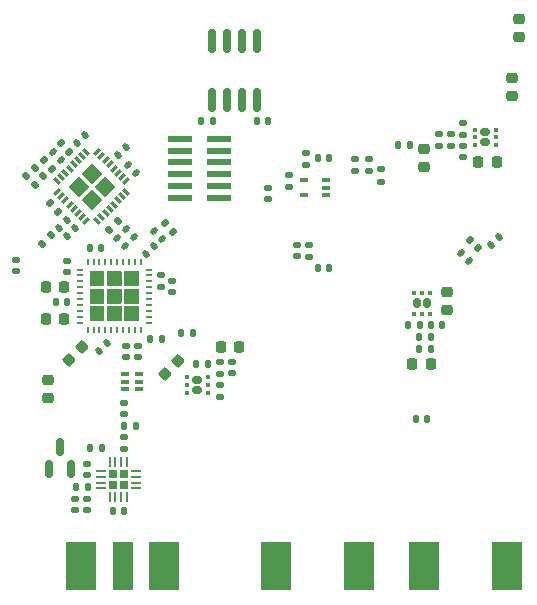
<source format=gbr>
%TF.GenerationSoftware,KiCad,Pcbnew,(6.0.4)*%
%TF.CreationDate,2023-05-19T00:46:40+09:00*%
%TF.ProjectId,RFB,5246422e-6b69-4636-9164-5f7063625858,rev?*%
%TF.SameCoordinates,Original*%
%TF.FileFunction,Paste,Bot*%
%TF.FilePolarity,Positive*%
%FSLAX46Y46*%
G04 Gerber Fmt 4.6, Leading zero omitted, Abs format (unit mm)*
G04 Created by KiCad (PCBNEW (6.0.4)) date 2023-05-19 00:46:40*
%MOMM*%
%LPD*%
G01*
G04 APERTURE LIST*
G04 Aperture macros list*
%AMRoundRect*
0 Rectangle with rounded corners*
0 $1 Rounding radius*
0 $2 $3 $4 $5 $6 $7 $8 $9 X,Y pos of 4 corners*
0 Add a 4 corners polygon primitive as box body*
4,1,4,$2,$3,$4,$5,$6,$7,$8,$9,$2,$3,0*
0 Add four circle primitives for the rounded corners*
1,1,$1+$1,$2,$3*
1,1,$1+$1,$4,$5*
1,1,$1+$1,$6,$7*
1,1,$1+$1,$8,$9*
0 Add four rect primitives between the rounded corners*
20,1,$1+$1,$2,$3,$4,$5,0*
20,1,$1+$1,$4,$5,$6,$7,0*
20,1,$1+$1,$6,$7,$8,$9,0*
20,1,$1+$1,$8,$9,$2,$3,0*%
%AMRotRect*
0 Rectangle, with rotation*
0 The origin of the aperture is its center*
0 $1 length*
0 $2 width*
0 $3 Rotation angle, in degrees counterclockwise*
0 Add horizontal line*
21,1,$1,$2,0,0,$3*%
G04 Aperture macros list end*
%ADD10R,2.000000X0.500000*%
%ADD11R,2.665000X4.190000*%
%ADD12RoundRect,0.135000X0.035355X-0.226274X0.226274X-0.035355X-0.035355X0.226274X-0.226274X0.035355X0*%
%ADD13RoundRect,0.140000X-0.170000X0.140000X-0.170000X-0.140000X0.170000X-0.140000X0.170000X0.140000X0*%
%ADD14RoundRect,0.225000X0.225000X0.250000X-0.225000X0.250000X-0.225000X-0.250000X0.225000X-0.250000X0*%
%ADD15RoundRect,0.135000X0.226274X0.035355X0.035355X0.226274X-0.226274X-0.035355X-0.035355X-0.226274X0*%
%ADD16RoundRect,0.225000X-0.017678X0.335876X-0.335876X0.017678X0.017678X-0.335876X0.335876X-0.017678X0*%
%ADD17RoundRect,0.160000X-0.245000X-0.160000X0.245000X-0.160000X0.245000X0.160000X-0.245000X0.160000X0*%
%ADD18RoundRect,0.093750X-0.093750X-0.106250X0.093750X-0.106250X0.093750X0.106250X-0.093750X0.106250X0*%
%ADD19RoundRect,0.140000X0.140000X0.170000X-0.140000X0.170000X-0.140000X-0.170000X0.140000X-0.170000X0*%
%ADD20RotRect,1.230000X1.230000X135.000000*%
%ADD21RotRect,0.250000X0.600000X45.000000*%
%ADD22RotRect,0.250000X0.600000X135.000000*%
%ADD23RoundRect,0.135000X-0.135000X-0.185000X0.135000X-0.185000X0.135000X0.185000X-0.135000X0.185000X0*%
%ADD24RoundRect,0.225000X-0.250000X0.225000X-0.250000X-0.225000X0.250000X-0.225000X0.250000X0.225000X0*%
%ADD25RoundRect,0.135000X0.135000X0.185000X-0.135000X0.185000X-0.135000X-0.185000X0.135000X-0.185000X0*%
%ADD26RoundRect,0.140000X-0.140000X-0.170000X0.140000X-0.170000X0.140000X0.170000X-0.140000X0.170000X0*%
%ADD27RoundRect,0.135000X0.185000X-0.135000X0.185000X0.135000X-0.185000X0.135000X-0.185000X-0.135000X0*%
%ADD28RoundRect,0.147500X-0.147500X-0.172500X0.147500X-0.172500X0.147500X0.172500X-0.147500X0.172500X0*%
%ADD29RoundRect,0.135000X-0.185000X0.135000X-0.185000X-0.135000X0.185000X-0.135000X0.185000X0.135000X0*%
%ADD30R,1.780000X4.190000*%
%ADD31RoundRect,0.160000X0.160000X-0.245000X0.160000X0.245000X-0.160000X0.245000X-0.160000X-0.245000X0*%
%ADD32RoundRect,0.093750X0.106250X-0.093750X0.106250X0.093750X-0.106250X0.093750X-0.106250X-0.093750X0*%
%ADD33RoundRect,0.140000X0.170000X-0.140000X0.170000X0.140000X-0.170000X0.140000X-0.170000X-0.140000X0*%
%ADD34RoundRect,0.140000X-0.219203X-0.021213X-0.021213X-0.219203X0.219203X0.021213X0.021213X0.219203X0*%
%ADD35RoundRect,0.140000X-0.021213X0.219203X-0.219203X0.021213X0.021213X-0.219203X0.219203X-0.021213X0*%
%ADD36RoundRect,0.150000X0.150000X-0.587500X0.150000X0.587500X-0.150000X0.587500X-0.150000X-0.587500X0*%
%ADD37RoundRect,0.160000X0.245000X0.160000X-0.245000X0.160000X-0.245000X-0.160000X0.245000X-0.160000X0*%
%ADD38RoundRect,0.093750X0.093750X0.106250X-0.093750X0.106250X-0.093750X-0.106250X0.093750X-0.106250X0*%
%ADD39R,0.249999X0.599999*%
%ADD40R,0.599999X0.249999*%
%ADD41RoundRect,0.225000X0.017678X-0.335876X0.335876X-0.017678X-0.017678X0.335876X-0.335876X0.017678X0*%
%ADD42RoundRect,0.147500X-0.172500X0.147500X-0.172500X-0.147500X0.172500X-0.147500X0.172500X0.147500X0*%
%ADD43RoundRect,0.135000X-0.226274X-0.035355X-0.035355X-0.226274X0.226274X0.035355X0.035355X0.226274X0*%
%ADD44RoundRect,0.140000X0.021213X-0.219203X0.219203X-0.021213X-0.021213X0.219203X-0.219203X0.021213X0*%
%ADD45R,0.650000X0.400000*%
%ADD46RoundRect,0.135000X-0.035355X0.226274X-0.226274X0.035355X0.035355X-0.226274X0.226274X-0.035355X0*%
%ADD47RoundRect,0.150000X0.150000X-0.825000X0.150000X0.825000X-0.150000X0.825000X-0.150000X-0.825000X0*%
%ADD48RoundRect,0.225000X-0.225000X-0.250000X0.225000X-0.250000X0.225000X0.250000X-0.225000X0.250000X0*%
%ADD49R,0.700000X0.350000*%
%ADD50RoundRect,0.190000X-0.190000X0.190000X-0.190000X-0.190000X0.190000X-0.190000X0.190000X0.190000X0*%
%ADD51RoundRect,0.062500X-0.062500X0.325000X-0.062500X-0.325000X0.062500X-0.325000X0.062500X0.325000X0*%
%ADD52RoundRect,0.062500X-0.325000X0.062500X-0.325000X-0.062500X0.325000X-0.062500X0.325000X0.062500X0*%
%ADD53RoundRect,0.140000X0.219203X0.021213X0.021213X0.219203X-0.219203X-0.021213X-0.021213X-0.219203X0*%
G04 APERTURE END LIST*
%TO.C,U4*%
G36*
X44772229Y-79114769D02*
G01*
X44781683Y-79117637D01*
X44790398Y-79122295D01*
X44798036Y-79128562D01*
X44804302Y-79136199D01*
X44808960Y-79144914D01*
X44811828Y-79154368D01*
X44812796Y-79164200D01*
X44812796Y-80323400D01*
X44811828Y-80333233D01*
X44808960Y-80342687D01*
X44804302Y-80351401D01*
X44798036Y-80359039D01*
X44790398Y-80365305D01*
X44781683Y-80369964D01*
X44772229Y-80372831D01*
X44762397Y-80373799D01*
X43603197Y-80373799D01*
X43593365Y-80372831D01*
X43583911Y-80369964D01*
X43575196Y-80365305D01*
X43567558Y-80359039D01*
X43561292Y-80351401D01*
X43556634Y-80342687D01*
X43553766Y-80333233D01*
X43552796Y-80323400D01*
X43552796Y-79164200D01*
X43553766Y-79154368D01*
X43556634Y-79144914D01*
X43561292Y-79136199D01*
X43567558Y-79128562D01*
X43575196Y-79122295D01*
X43583911Y-79117637D01*
X43593365Y-79114769D01*
X43603197Y-79113799D01*
X44762397Y-79113799D01*
X44772229Y-79114769D01*
G37*
G36*
X43312230Y-79114769D02*
G01*
X43321684Y-79117637D01*
X43330398Y-79122295D01*
X43338036Y-79128562D01*
X43344302Y-79136199D01*
X43348961Y-79144914D01*
X43351828Y-79154368D01*
X43352796Y-79164200D01*
X43352796Y-80323400D01*
X43351828Y-80333233D01*
X43348961Y-80342687D01*
X43344302Y-80351401D01*
X43338036Y-80359039D01*
X43330398Y-80365305D01*
X43321684Y-80369964D01*
X43312230Y-80372831D01*
X43302398Y-80373799D01*
X42143197Y-80373799D01*
X42133365Y-80372831D01*
X42123911Y-80369964D01*
X42115196Y-80365305D01*
X42107559Y-80359039D01*
X42101292Y-80351401D01*
X42096634Y-80342687D01*
X42093766Y-80333233D01*
X42092796Y-80323400D01*
X42092796Y-79164200D01*
X42093766Y-79154368D01*
X42096634Y-79144914D01*
X42101292Y-79136199D01*
X42107559Y-79128562D01*
X42115196Y-79122295D01*
X42123911Y-79117637D01*
X42133365Y-79114769D01*
X42143197Y-79113799D01*
X43302398Y-79113799D01*
X43312230Y-79114769D01*
G37*
G36*
X43312230Y-80574769D02*
G01*
X43321684Y-80577637D01*
X43330398Y-80582295D01*
X43338036Y-80588561D01*
X43344302Y-80596199D01*
X43348961Y-80604914D01*
X43351828Y-80614368D01*
X43352796Y-80624200D01*
X43352796Y-81783400D01*
X43351828Y-81793232D01*
X43348961Y-81802686D01*
X43344302Y-81811401D01*
X43338036Y-81819039D01*
X43330398Y-81825305D01*
X43321684Y-81829963D01*
X43312230Y-81832831D01*
X43302398Y-81833799D01*
X42143197Y-81833799D01*
X42133365Y-81832831D01*
X42123911Y-81829963D01*
X42115196Y-81825305D01*
X42107559Y-81819039D01*
X42101292Y-81811401D01*
X42096634Y-81802686D01*
X42093766Y-81793232D01*
X42092796Y-81783400D01*
X42092796Y-80624200D01*
X42093766Y-80614368D01*
X42096634Y-80604914D01*
X42101292Y-80596199D01*
X42107559Y-80588561D01*
X42115196Y-80582295D01*
X42123911Y-80577637D01*
X42133365Y-80574769D01*
X42143197Y-80573801D01*
X43302398Y-80573801D01*
X43312230Y-80574769D01*
G37*
G36*
X41852230Y-82034769D02*
G01*
X41861684Y-82037636D01*
X41870399Y-82042295D01*
X41878037Y-82048561D01*
X41884303Y-82056199D01*
X41888961Y-82064913D01*
X41891829Y-82074367D01*
X41892799Y-82084200D01*
X41892799Y-83243400D01*
X41891829Y-83253232D01*
X41888961Y-83262686D01*
X41884303Y-83271401D01*
X41878037Y-83279038D01*
X41870399Y-83285305D01*
X41861684Y-83289963D01*
X41852230Y-83292831D01*
X41842398Y-83293801D01*
X40683198Y-83293801D01*
X40673365Y-83292831D01*
X40663912Y-83289963D01*
X40655197Y-83285305D01*
X40647559Y-83279038D01*
X40641293Y-83271401D01*
X40636634Y-83262686D01*
X40633767Y-83253232D01*
X40632799Y-83243400D01*
X40632799Y-82084200D01*
X40633767Y-82074367D01*
X40636634Y-82064913D01*
X40641293Y-82056199D01*
X40647559Y-82048561D01*
X40655197Y-82042295D01*
X40663912Y-82037636D01*
X40673365Y-82034769D01*
X40683198Y-82033801D01*
X41842398Y-82033801D01*
X41852230Y-82034769D01*
G37*
G36*
X44772229Y-80574769D02*
G01*
X44781683Y-80577637D01*
X44790398Y-80582295D01*
X44798036Y-80588561D01*
X44804302Y-80596199D01*
X44808960Y-80604914D01*
X44811828Y-80614368D01*
X44812796Y-80624200D01*
X44812796Y-81783400D01*
X44811828Y-81793232D01*
X44808960Y-81802686D01*
X44804302Y-81811401D01*
X44798036Y-81819039D01*
X44790398Y-81825305D01*
X44781683Y-81829963D01*
X44772229Y-81832831D01*
X44762397Y-81833799D01*
X43603197Y-81833799D01*
X43593365Y-81832831D01*
X43583911Y-81829963D01*
X43575196Y-81825305D01*
X43567558Y-81819039D01*
X43561292Y-81811401D01*
X43556634Y-81802686D01*
X43553766Y-81793232D01*
X43552796Y-81783400D01*
X43552796Y-80624200D01*
X43553766Y-80614368D01*
X43556634Y-80604914D01*
X43561292Y-80596199D01*
X43567558Y-80588561D01*
X43575196Y-80582295D01*
X43583911Y-80577637D01*
X43593365Y-80574769D01*
X43603197Y-80573801D01*
X44762397Y-80573801D01*
X44772229Y-80574769D01*
G37*
G36*
X44772229Y-82034769D02*
G01*
X44781683Y-82037636D01*
X44790398Y-82042295D01*
X44798036Y-82048561D01*
X44804302Y-82056199D01*
X44808960Y-82064913D01*
X44811828Y-82074367D01*
X44812796Y-82084200D01*
X44812796Y-83243400D01*
X44811828Y-83253232D01*
X44808960Y-83262686D01*
X44804302Y-83271401D01*
X44798036Y-83279038D01*
X44790398Y-83285305D01*
X44781683Y-83289963D01*
X44772229Y-83292831D01*
X44762397Y-83293801D01*
X43603197Y-83293801D01*
X43593365Y-83292831D01*
X43583911Y-83289963D01*
X43575196Y-83285305D01*
X43567558Y-83279038D01*
X43561292Y-83271401D01*
X43556634Y-83262686D01*
X43553766Y-83253232D01*
X43552796Y-83243400D01*
X43552796Y-82084200D01*
X43553766Y-82074367D01*
X43556634Y-82064913D01*
X43561292Y-82056199D01*
X43567558Y-82048561D01*
X43575196Y-82042295D01*
X43583911Y-82037636D01*
X43593365Y-82034769D01*
X43603197Y-82033801D01*
X44762397Y-82033801D01*
X44772229Y-82034769D01*
G37*
G36*
X41852230Y-80574769D02*
G01*
X41861684Y-80577637D01*
X41870399Y-80582295D01*
X41878037Y-80588561D01*
X41884303Y-80596199D01*
X41888961Y-80604914D01*
X41891829Y-80614368D01*
X41892799Y-80624200D01*
X41892799Y-81783400D01*
X41891829Y-81793232D01*
X41888961Y-81802686D01*
X41884303Y-81811401D01*
X41878037Y-81819039D01*
X41870399Y-81825305D01*
X41861684Y-81829963D01*
X41852230Y-81832831D01*
X41842398Y-81833799D01*
X40683198Y-81833799D01*
X40673365Y-81832831D01*
X40663912Y-81829963D01*
X40655197Y-81825305D01*
X40647559Y-81819039D01*
X40641293Y-81811401D01*
X40636634Y-81802686D01*
X40633767Y-81793232D01*
X40632799Y-81783400D01*
X40632799Y-80624200D01*
X40633767Y-80614368D01*
X40636634Y-80604914D01*
X40641293Y-80596199D01*
X40647559Y-80588561D01*
X40655197Y-80582295D01*
X40663912Y-80577637D01*
X40673365Y-80574769D01*
X40683198Y-80573801D01*
X41842398Y-80573801D01*
X41852230Y-80574769D01*
G37*
G36*
X43312230Y-82034769D02*
G01*
X43321684Y-82037636D01*
X43330398Y-82042295D01*
X43338036Y-82048561D01*
X43344302Y-82056199D01*
X43348961Y-82064913D01*
X43351828Y-82074367D01*
X43352796Y-82084200D01*
X43352796Y-83243400D01*
X43351828Y-83253232D01*
X43348961Y-83262686D01*
X43344302Y-83271401D01*
X43338036Y-83279038D01*
X43330398Y-83285305D01*
X43321684Y-83289963D01*
X43312230Y-83292831D01*
X43302398Y-83293801D01*
X42143197Y-83293801D01*
X42133365Y-83292831D01*
X42123911Y-83289963D01*
X42115196Y-83285305D01*
X42107559Y-83279038D01*
X42101292Y-83271401D01*
X42096634Y-83262686D01*
X42093766Y-83253232D01*
X42092796Y-83243400D01*
X42092796Y-82084200D01*
X42093766Y-82074367D01*
X42096634Y-82064913D01*
X42101292Y-82056199D01*
X42107559Y-82048561D01*
X42115196Y-82042295D01*
X42123911Y-82037636D01*
X42133365Y-82034769D01*
X42143197Y-82033801D01*
X43302398Y-82033801D01*
X43312230Y-82034769D01*
G37*
G36*
X41852230Y-79114769D02*
G01*
X41861684Y-79117637D01*
X41870399Y-79122295D01*
X41878037Y-79128562D01*
X41884303Y-79136199D01*
X41888961Y-79144914D01*
X41891829Y-79154368D01*
X41892799Y-79164200D01*
X41892799Y-80323400D01*
X41891829Y-80333233D01*
X41888961Y-80342687D01*
X41884303Y-80351401D01*
X41878037Y-80359039D01*
X41870399Y-80365305D01*
X41861684Y-80369964D01*
X41852230Y-80372831D01*
X41842398Y-80373799D01*
X40683198Y-80373799D01*
X40673365Y-80372831D01*
X40663912Y-80369964D01*
X40655197Y-80365305D01*
X40647559Y-80359039D01*
X40641293Y-80351401D01*
X40636634Y-80342687D01*
X40633767Y-80333233D01*
X40632799Y-80323400D01*
X40632799Y-79164200D01*
X40633767Y-79154368D01*
X40636634Y-79144914D01*
X40641293Y-79136199D01*
X40647559Y-79128562D01*
X40655197Y-79122295D01*
X40663912Y-79117637D01*
X40673365Y-79114769D01*
X40683198Y-79113799D01*
X41842398Y-79113799D01*
X41852230Y-79114769D01*
G37*
%TD*%
D10*
%TO.C,J10*%
X48261000Y-72883400D03*
X51561000Y-72883400D03*
X48261000Y-71883400D03*
X51561000Y-71883400D03*
X48261000Y-70883400D03*
X51561000Y-70883400D03*
X48261000Y-69883400D03*
X51561000Y-69883400D03*
X48261000Y-68883400D03*
X51561000Y-68883400D03*
X48261000Y-67883400D03*
X51561000Y-67883400D03*
%TD*%
D11*
%TO.C,J1*%
X68961000Y-104038400D03*
X75946000Y-104038400D03*
%TD*%
%TO.C,J2*%
X63423800Y-104038400D03*
X56438800Y-104038400D03*
%TD*%
D12*
%TO.C,R4*%
X35250176Y-71048824D03*
X35971424Y-70327576D03*
%TD*%
D13*
%TO.C,C87*%
X34442400Y-78107600D03*
X34442400Y-79067600D03*
%TD*%
D12*
%TO.C,R7*%
X36708024Y-71064176D03*
X35986776Y-71785424D03*
%TD*%
D14*
%TO.C,C141*%
X69507100Y-86969600D03*
X67957100Y-86969600D03*
%TD*%
D15*
%TO.C,R12*%
X73538024Y-77144824D03*
X72816776Y-76423576D03*
%TD*%
D16*
%TO.C,C102*%
X48096808Y-86675592D03*
X47000792Y-87771608D03*
%TD*%
D17*
%TO.C,IC10*%
X74152700Y-67346200D03*
X74152700Y-68146200D03*
D18*
X73265200Y-68396200D03*
X73265200Y-67746200D03*
X73265200Y-67096200D03*
X75040200Y-67096200D03*
X75040200Y-67746200D03*
X75040200Y-68396200D03*
%TD*%
D19*
%TO.C,C69*%
X69227700Y-91617800D03*
X68267700Y-91617800D03*
%TD*%
D20*
%TO.C,U2*%
X40821616Y-70836784D03*
X40821616Y-73028816D03*
X39725600Y-71932800D03*
X41917632Y-71932800D03*
D21*
X43756109Y-72392419D03*
X43402556Y-72745973D03*
X43049002Y-73099526D03*
X42695449Y-73453080D03*
X42341896Y-73806633D03*
X41988342Y-74160186D03*
X41634789Y-74513740D03*
X41281235Y-74867293D03*
D22*
X40361997Y-74867293D03*
X40008443Y-74513740D03*
X39654890Y-74160186D03*
X39301336Y-73806633D03*
X38947783Y-73453080D03*
X38594230Y-73099526D03*
X38240676Y-72745973D03*
X37887123Y-72392419D03*
D21*
X37887123Y-71473181D03*
X38240676Y-71119627D03*
X38594230Y-70766074D03*
X38947783Y-70412520D03*
X39301336Y-70058967D03*
X39654890Y-69705414D03*
X40008443Y-69351860D03*
X40361997Y-68998307D03*
D22*
X41281235Y-68998307D03*
X41634789Y-69351860D03*
X41988342Y-69705414D03*
X42341896Y-70058967D03*
X42695449Y-70412520D03*
X43049002Y-70766074D03*
X43402556Y-71119627D03*
X43756109Y-71473181D03*
%TD*%
D23*
%TO.C,R75*%
X67598100Y-83667600D03*
X68618100Y-83667600D03*
%TD*%
D24*
%TO.C,C122*%
X70853300Y-80860600D03*
X70853300Y-82410600D03*
%TD*%
D25*
%TO.C,R50*%
X49405000Y-84328000D03*
X48385000Y-84328000D03*
%TD*%
%TO.C,R47*%
X41681400Y-94081600D03*
X40661400Y-94081600D03*
%TD*%
D26*
%TO.C,C56*%
X59941300Y-78857800D03*
X60901300Y-78857800D03*
%TD*%
%TO.C,C30*%
X37775000Y-81711800D03*
X38735000Y-81711800D03*
%TD*%
D19*
%TO.C,C7*%
X70497700Y-83667600D03*
X69537700Y-83667600D03*
%TD*%
D27*
%TO.C,R68*%
X51638200Y-87782400D03*
X51638200Y-86762400D03*
%TD*%
D14*
%TO.C,C121*%
X75095400Y-69824600D03*
X73545400Y-69824600D03*
%TD*%
D28*
%TO.C,L13*%
X42618800Y-99390200D03*
X43588800Y-99390200D03*
%TD*%
D29*
%TO.C,R52*%
X58953400Y-69084001D03*
X58953400Y-70104001D03*
%TD*%
D19*
%TO.C,C13*%
X46733400Y-84861400D03*
X45773400Y-84861400D03*
%TD*%
D27*
%TO.C,R23*%
X59245500Y-77873200D03*
X59245500Y-76853200D03*
%TD*%
D30*
%TO.C,J3*%
X43434000Y-104038400D03*
D11*
X39941500Y-104038400D03*
X46926500Y-104038400D03*
%TD*%
D31*
%TO.C,IC2*%
X68376900Y-81788000D03*
X69176900Y-81788000D03*
D32*
X69426900Y-82675500D03*
X68776900Y-82675500D03*
X68126900Y-82675500D03*
X68126900Y-80900500D03*
X68776900Y-80900500D03*
X69426900Y-80900500D03*
%TD*%
D33*
%TO.C,C39*%
X63129100Y-70582000D03*
X63129100Y-69622000D03*
%TD*%
D34*
%TO.C,C27*%
X43688000Y-75539600D03*
X44366822Y-76218422D03*
%TD*%
D13*
%TO.C,C48*%
X58229500Y-76883200D03*
X58229500Y-77843200D03*
%TD*%
D28*
%TO.C,L11*%
X43586400Y-92176600D03*
X44556400Y-92176600D03*
%TD*%
D35*
%TO.C,C8*%
X40252022Y-67570978D03*
X39573200Y-68249800D03*
%TD*%
D13*
%TO.C,C17*%
X47650400Y-79888200D03*
X47650400Y-80848200D03*
%TD*%
D34*
%TO.C,C26*%
X42992989Y-76241589D03*
X43671811Y-76920411D03*
%TD*%
D33*
%TO.C,C42*%
X64322900Y-70582000D03*
X64322900Y-69622000D03*
%TD*%
D19*
%TO.C,C132*%
X69507100Y-85699600D03*
X68547100Y-85699600D03*
%TD*%
D13*
%TO.C,C97*%
X43586400Y-93167200D03*
X43586400Y-94127200D03*
%TD*%
D33*
%TO.C,C34*%
X72273100Y-69436400D03*
X72273100Y-68476400D03*
%TD*%
D34*
%TO.C,C3*%
X37497378Y-68993378D03*
X38176200Y-69672200D03*
%TD*%
D36*
%TO.C,Q2*%
X39100800Y-95831900D03*
X37200800Y-95831900D03*
X38150800Y-93956900D03*
%TD*%
D27*
%TO.C,R63*%
X65338900Y-71499001D03*
X65338900Y-70479001D03*
%TD*%
D13*
%TO.C,C32*%
X46659800Y-79456400D03*
X46659800Y-80416400D03*
%TD*%
D37*
%TO.C,IC8*%
X49758600Y-89122200D03*
X49758600Y-88322200D03*
D38*
X50646100Y-88072200D03*
X50646100Y-88722200D03*
X50646100Y-89372200D03*
X48871100Y-89372200D03*
X48871100Y-88722200D03*
X48871100Y-88072200D03*
%TD*%
D26*
%TO.C,C11*%
X49685000Y-86918800D03*
X50645000Y-86918800D03*
%TD*%
D13*
%TO.C,C116*%
X52654200Y-86771599D03*
X52654200Y-87731599D03*
%TD*%
D39*
%TO.C,U4*%
X40472797Y-78303801D03*
X40972796Y-78303801D03*
X41472797Y-78303801D03*
X41972796Y-78303801D03*
X42472798Y-78303801D03*
X42972797Y-78303801D03*
X43472796Y-78303801D03*
X43972797Y-78303801D03*
X44472796Y-78303801D03*
X44972798Y-78303801D03*
D40*
X45622797Y-78953799D03*
X45622797Y-79453798D03*
X45622797Y-79953800D03*
X45622797Y-80453799D03*
X45622797Y-80953800D03*
X45622797Y-81453800D03*
X45622797Y-81953798D03*
X45622797Y-82453800D03*
X45622797Y-82953799D03*
X45622797Y-83453801D03*
D39*
X44972798Y-84103799D03*
X44472796Y-84103799D03*
X43972797Y-84103799D03*
X43472796Y-84103799D03*
X42972797Y-84103799D03*
X42472798Y-84103799D03*
X41972796Y-84103799D03*
X41472797Y-84103799D03*
X40972796Y-84103799D03*
X40472797Y-84103799D03*
D40*
X39822798Y-83453801D03*
X39822798Y-82953799D03*
X39822798Y-82453800D03*
X39822798Y-81953798D03*
X39822798Y-81453800D03*
X39822798Y-80953800D03*
X39822798Y-80453799D03*
X39822798Y-79953800D03*
X39822798Y-79453798D03*
X39822798Y-78953799D03*
%TD*%
D26*
%TO.C,C24*%
X40670600Y-77165200D03*
X41630600Y-77165200D03*
%TD*%
D25*
%TO.C,R48*%
X40466200Y-97381000D03*
X39446200Y-97381000D03*
%TD*%
D34*
%TO.C,C76*%
X72063289Y-77536989D03*
X72742111Y-78215811D03*
%TD*%
D41*
%TO.C,C20*%
X38883584Y-86617816D03*
X39979600Y-85521800D03*
%TD*%
D24*
%TO.C,C33*%
X76962000Y-57746600D03*
X76962000Y-59296600D03*
%TD*%
D19*
%TO.C,C43*%
X67726500Y-68400200D03*
X66766500Y-68400200D03*
%TD*%
D26*
%TO.C,C38*%
X59946600Y-69519800D03*
X60906600Y-69519800D03*
%TD*%
D13*
%TO.C,C95*%
X55727600Y-72037000D03*
X55727600Y-72997000D03*
%TD*%
D34*
%TO.C,C103*%
X46117189Y-75657389D03*
X46796011Y-76336211D03*
%TD*%
D29*
%TO.C,R73*%
X72273100Y-66518600D03*
X72273100Y-67538600D03*
%TD*%
D13*
%TO.C,C96*%
X43586400Y-90226000D03*
X43586400Y-91186000D03*
%TD*%
D42*
%TO.C,L12*%
X40411400Y-95402400D03*
X40411400Y-96372400D03*
%TD*%
D33*
%TO.C,C131*%
X70241100Y-68473800D03*
X70241100Y-67513800D03*
%TD*%
D35*
%TO.C,C4*%
X43706422Y-68561578D03*
X43027600Y-69240400D03*
%TD*%
D43*
%TO.C,R49*%
X46979952Y-75046952D03*
X47701200Y-75768200D03*
%TD*%
D44*
%TO.C,C84*%
X74641389Y-76844211D03*
X75320211Y-76165389D03*
%TD*%
D45*
%TO.C,U13*%
X60655200Y-71359000D03*
X60655200Y-72009000D03*
X60655200Y-72659000D03*
X58755200Y-72659000D03*
X58755200Y-71359000D03*
%TD*%
D46*
%TO.C,R5*%
X43007224Y-74848776D03*
X42285976Y-75570024D03*
%TD*%
D33*
%TO.C,C28*%
X43723400Y-86375200D03*
X43723400Y-85415200D03*
%TD*%
%TO.C,C29*%
X44739400Y-86370000D03*
X44739400Y-85410000D03*
%TD*%
D24*
%TO.C,C106*%
X76403200Y-62750400D03*
X76403200Y-64300400D03*
%TD*%
D13*
%TO.C,C99*%
X40436800Y-98374200D03*
X40436800Y-99334200D03*
%TD*%
D23*
%TO.C,R74*%
X68512500Y-84683600D03*
X69532500Y-84683600D03*
%TD*%
D47*
%TO.C,U6*%
X54813200Y-64563800D03*
X53543200Y-64563800D03*
X52273200Y-64563800D03*
X51003200Y-64563800D03*
X51003200Y-59613800D03*
X52273200Y-59613800D03*
X53543200Y-59613800D03*
X54813200Y-59613800D03*
%TD*%
D12*
%TO.C,R1*%
X36647176Y-76789224D03*
X37368424Y-76067976D03*
%TD*%
D43*
%TO.C,R44*%
X37251752Y-73345152D03*
X37973000Y-74066400D03*
%TD*%
D44*
%TO.C,C1*%
X38751189Y-76107611D03*
X39430011Y-75428789D03*
%TD*%
D15*
%TO.C,R2*%
X37470024Y-70413824D03*
X36748776Y-69692576D03*
%TD*%
D19*
%TO.C,C100*%
X51051400Y-66344800D03*
X50091400Y-66344800D03*
%TD*%
D48*
%TO.C,C119*%
X51752200Y-85521800D03*
X53302200Y-85521800D03*
%TD*%
D24*
%TO.C,C5*%
X37084000Y-88302800D03*
X37084000Y-89852800D03*
%TD*%
D19*
%TO.C,C91*%
X55775800Y-66344800D03*
X54815800Y-66344800D03*
%TD*%
D24*
%TO.C,C140*%
X68971100Y-68730400D03*
X68971100Y-70280400D03*
%TD*%
D29*
%TO.C,R72*%
X71257100Y-67456400D03*
X71257100Y-68476400D03*
%TD*%
D44*
%TO.C,C90*%
X38014589Y-75396411D03*
X38693411Y-74717589D03*
%TD*%
D49*
%TO.C,FL1*%
X43606400Y-89103200D03*
X43606400Y-88453200D03*
X43606400Y-87803200D03*
X44856400Y-87803200D03*
X44856400Y-88453200D03*
X44856400Y-89103200D03*
%TD*%
D50*
%TO.C,IC5*%
X43516200Y-96296600D03*
X43516200Y-97176600D03*
X42636200Y-97176600D03*
X42636200Y-96296600D03*
D51*
X42326200Y-95274100D03*
X42826200Y-95274100D03*
X43326200Y-95274100D03*
X43826200Y-95274100D03*
D52*
X44538700Y-95986600D03*
X44538700Y-96486600D03*
X44538700Y-96986600D03*
X44538700Y-97486600D03*
D51*
X43826200Y-98199100D03*
X43326200Y-98199100D03*
X42826200Y-98199100D03*
X42326200Y-98199100D03*
D52*
X41613700Y-97486600D03*
X41613700Y-96986600D03*
X41613700Y-96486600D03*
X41613700Y-95986600D03*
%TD*%
D27*
%TO.C,R51*%
X57556400Y-71934800D03*
X57556400Y-70914800D03*
%TD*%
D48*
%TO.C,C25*%
X36905600Y-83108800D03*
X38455600Y-83108800D03*
%TD*%
D35*
%TO.C,C22*%
X46059411Y-76978189D03*
X45380589Y-77657011D03*
%TD*%
D13*
%TO.C,C23*%
X38709600Y-78237200D03*
X38709600Y-79197200D03*
%TD*%
D48*
%TO.C,C19*%
X36905600Y-80441800D03*
X38455600Y-80441800D03*
%TD*%
D13*
%TO.C,C98*%
X39395400Y-98374200D03*
X39395400Y-99334200D03*
%TD*%
D43*
%TO.C,R3*%
X38191552Y-68244776D03*
X38912800Y-68966024D03*
%TD*%
D53*
%TO.C,C9*%
X44595422Y-70757422D03*
X43916600Y-70078600D03*
%TD*%
D44*
%TO.C,C21*%
X41418189Y-85886611D03*
X42097011Y-85207789D03*
%TD*%
D27*
%TO.C,R69*%
X51638200Y-89740200D03*
X51638200Y-88720200D03*
%TD*%
M02*

</source>
